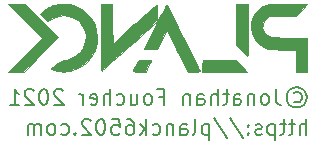
<source format=gbr>
G04 #@! TF.GenerationSoftware,KiCad,Pcbnew,(5.1.10-1-10_14)*
G04 #@! TF.CreationDate,2021-10-31T19:01:14+01:00*
G04 #@! TF.ProjectId,cpu_backplane,6370755f-6261-4636-9b70-6c616e652e6b,rev?*
G04 #@! TF.SameCoordinates,Original*
G04 #@! TF.FileFunction,Legend,Bot*
G04 #@! TF.FilePolarity,Positive*
%FSLAX46Y46*%
G04 Gerber Fmt 4.6, Leading zero omitted, Abs format (unit mm)*
G04 Created by KiCad (PCBNEW (5.1.10-1-10_14)) date 2021-10-31 19:01:14*
%MOMM*%
%LPD*%
G01*
G04 APERTURE LIST*
%ADD10C,0.150000*%
%ADD11C,0.010000*%
G04 APERTURE END LIST*
D10*
X27278976Y-82630095D02*
X27278976Y-81330095D01*
X26721833Y-82630095D02*
X26721833Y-81949142D01*
X26783738Y-81825333D01*
X26907547Y-81763428D01*
X27093261Y-81763428D01*
X27217071Y-81825333D01*
X27278976Y-81887238D01*
X26288500Y-81763428D02*
X25793261Y-81763428D01*
X26102785Y-81330095D02*
X26102785Y-82444380D01*
X26040880Y-82568190D01*
X25917071Y-82630095D01*
X25793261Y-82630095D01*
X25545642Y-81763428D02*
X25050404Y-81763428D01*
X25359928Y-81330095D02*
X25359928Y-82444380D01*
X25298023Y-82568190D01*
X25174214Y-82630095D01*
X25050404Y-82630095D01*
X24617071Y-81763428D02*
X24617071Y-83063428D01*
X24617071Y-81825333D02*
X24493261Y-81763428D01*
X24245642Y-81763428D01*
X24121833Y-81825333D01*
X24059928Y-81887238D01*
X23998023Y-82011047D01*
X23998023Y-82382476D01*
X24059928Y-82506285D01*
X24121833Y-82568190D01*
X24245642Y-82630095D01*
X24493261Y-82630095D01*
X24617071Y-82568190D01*
X23502785Y-82568190D02*
X23378976Y-82630095D01*
X23131357Y-82630095D01*
X23007547Y-82568190D01*
X22945642Y-82444380D01*
X22945642Y-82382476D01*
X23007547Y-82258666D01*
X23131357Y-82196761D01*
X23317071Y-82196761D01*
X23440880Y-82134857D01*
X23502785Y-82011047D01*
X23502785Y-81949142D01*
X23440880Y-81825333D01*
X23317071Y-81763428D01*
X23131357Y-81763428D01*
X23007547Y-81825333D01*
X22388500Y-82506285D02*
X22326595Y-82568190D01*
X22388500Y-82630095D01*
X22450404Y-82568190D01*
X22388500Y-82506285D01*
X22388500Y-82630095D01*
X22388500Y-81825333D02*
X22326595Y-81887238D01*
X22388500Y-81949142D01*
X22450404Y-81887238D01*
X22388500Y-81825333D01*
X22388500Y-81949142D01*
X20840880Y-81268190D02*
X21955166Y-82939619D01*
X19478976Y-81268190D02*
X20593261Y-82939619D01*
X19045642Y-81763428D02*
X19045642Y-83063428D01*
X19045642Y-81825333D02*
X18921833Y-81763428D01*
X18674214Y-81763428D01*
X18550404Y-81825333D01*
X18488500Y-81887238D01*
X18426595Y-82011047D01*
X18426595Y-82382476D01*
X18488500Y-82506285D01*
X18550404Y-82568190D01*
X18674214Y-82630095D01*
X18921833Y-82630095D01*
X19045642Y-82568190D01*
X17683738Y-82630095D02*
X17807547Y-82568190D01*
X17869452Y-82444380D01*
X17869452Y-81330095D01*
X16631357Y-82630095D02*
X16631357Y-81949142D01*
X16693261Y-81825333D01*
X16817071Y-81763428D01*
X17064690Y-81763428D01*
X17188500Y-81825333D01*
X16631357Y-82568190D02*
X16755166Y-82630095D01*
X17064690Y-82630095D01*
X17188500Y-82568190D01*
X17250404Y-82444380D01*
X17250404Y-82320571D01*
X17188500Y-82196761D01*
X17064690Y-82134857D01*
X16755166Y-82134857D01*
X16631357Y-82072952D01*
X16012309Y-81763428D02*
X16012309Y-82630095D01*
X16012309Y-81887238D02*
X15950404Y-81825333D01*
X15826595Y-81763428D01*
X15640880Y-81763428D01*
X15517071Y-81825333D01*
X15455166Y-81949142D01*
X15455166Y-82630095D01*
X14278976Y-82568190D02*
X14402785Y-82630095D01*
X14650404Y-82630095D01*
X14774214Y-82568190D01*
X14836119Y-82506285D01*
X14898023Y-82382476D01*
X14898023Y-82011047D01*
X14836119Y-81887238D01*
X14774214Y-81825333D01*
X14650404Y-81763428D01*
X14402785Y-81763428D01*
X14278976Y-81825333D01*
X13721833Y-82630095D02*
X13721833Y-81330095D01*
X13598023Y-82134857D02*
X13226595Y-82630095D01*
X13226595Y-81763428D02*
X13721833Y-82258666D01*
X12112309Y-81330095D02*
X12359928Y-81330095D01*
X12483738Y-81392000D01*
X12545642Y-81453904D01*
X12669452Y-81639619D01*
X12731357Y-81887238D01*
X12731357Y-82382476D01*
X12669452Y-82506285D01*
X12607547Y-82568190D01*
X12483738Y-82630095D01*
X12236119Y-82630095D01*
X12112309Y-82568190D01*
X12050404Y-82506285D01*
X11988500Y-82382476D01*
X11988500Y-82072952D01*
X12050404Y-81949142D01*
X12112309Y-81887238D01*
X12236119Y-81825333D01*
X12483738Y-81825333D01*
X12607547Y-81887238D01*
X12669452Y-81949142D01*
X12731357Y-82072952D01*
X10812309Y-81330095D02*
X11431357Y-81330095D01*
X11493261Y-81949142D01*
X11431357Y-81887238D01*
X11307547Y-81825333D01*
X10998023Y-81825333D01*
X10874214Y-81887238D01*
X10812309Y-81949142D01*
X10750404Y-82072952D01*
X10750404Y-82382476D01*
X10812309Y-82506285D01*
X10874214Y-82568190D01*
X10998023Y-82630095D01*
X11307547Y-82630095D01*
X11431357Y-82568190D01*
X11493261Y-82506285D01*
X9945642Y-81330095D02*
X9821833Y-81330095D01*
X9698023Y-81392000D01*
X9636119Y-81453904D01*
X9574214Y-81577714D01*
X9512309Y-81825333D01*
X9512309Y-82134857D01*
X9574214Y-82382476D01*
X9636119Y-82506285D01*
X9698023Y-82568190D01*
X9821833Y-82630095D01*
X9945642Y-82630095D01*
X10069452Y-82568190D01*
X10131357Y-82506285D01*
X10193261Y-82382476D01*
X10255166Y-82134857D01*
X10255166Y-81825333D01*
X10193261Y-81577714D01*
X10131357Y-81453904D01*
X10069452Y-81392000D01*
X9945642Y-81330095D01*
X9017071Y-81453904D02*
X8955166Y-81392000D01*
X8831357Y-81330095D01*
X8521833Y-81330095D01*
X8398023Y-81392000D01*
X8336119Y-81453904D01*
X8274214Y-81577714D01*
X8274214Y-81701523D01*
X8336119Y-81887238D01*
X9078976Y-82630095D01*
X8274214Y-82630095D01*
X7717071Y-82506285D02*
X7655166Y-82568190D01*
X7717071Y-82630095D01*
X7778976Y-82568190D01*
X7717071Y-82506285D01*
X7717071Y-82630095D01*
X6540880Y-82568190D02*
X6664690Y-82630095D01*
X6912309Y-82630095D01*
X7036119Y-82568190D01*
X7098023Y-82506285D01*
X7159928Y-82382476D01*
X7159928Y-82011047D01*
X7098023Y-81887238D01*
X7036119Y-81825333D01*
X6912309Y-81763428D01*
X6664690Y-81763428D01*
X6540880Y-81825333D01*
X5798023Y-82630095D02*
X5921833Y-82568190D01*
X5983738Y-82506285D01*
X6045642Y-82382476D01*
X6045642Y-82011047D01*
X5983738Y-81887238D01*
X5921833Y-81825333D01*
X5798023Y-81763428D01*
X5612309Y-81763428D01*
X5488500Y-81825333D01*
X5426595Y-81887238D01*
X5364690Y-82011047D01*
X5364690Y-82382476D01*
X5426595Y-82506285D01*
X5488500Y-82568190D01*
X5612309Y-82630095D01*
X5798023Y-82630095D01*
X4807547Y-82630095D02*
X4807547Y-81763428D01*
X4807547Y-81887238D02*
X4745642Y-81825333D01*
X4621833Y-81763428D01*
X4436119Y-81763428D01*
X4312309Y-81825333D01*
X4250404Y-81949142D01*
X4250404Y-82630095D01*
X4250404Y-81949142D02*
X4188500Y-81825333D01*
X4064690Y-81763428D01*
X3878976Y-81763428D01*
X3755166Y-81825333D01*
X3693261Y-81949142D01*
X3693261Y-82630095D01*
X26226595Y-79099619D02*
X26350404Y-79037714D01*
X26598023Y-79037714D01*
X26721833Y-79099619D01*
X26845642Y-79223428D01*
X26907547Y-79347238D01*
X26907547Y-79594857D01*
X26845642Y-79718666D01*
X26721833Y-79842476D01*
X26598023Y-79904380D01*
X26350404Y-79904380D01*
X26226595Y-79842476D01*
X26474214Y-78604380D02*
X26783738Y-78666285D01*
X27093261Y-78852000D01*
X27278976Y-79161523D01*
X27340880Y-79471047D01*
X27278976Y-79780571D01*
X27093261Y-80090095D01*
X26783738Y-80275809D01*
X26474214Y-80337714D01*
X26164690Y-80275809D01*
X25855166Y-80090095D01*
X25669452Y-79780571D01*
X25607547Y-79471047D01*
X25669452Y-79161523D01*
X25855166Y-78852000D01*
X26164690Y-78666285D01*
X26474214Y-78604380D01*
X24678976Y-78790095D02*
X24678976Y-79718666D01*
X24740880Y-79904380D01*
X24864690Y-80028190D01*
X25050404Y-80090095D01*
X25174214Y-80090095D01*
X23874214Y-80090095D02*
X23998023Y-80028190D01*
X24059928Y-79966285D01*
X24121833Y-79842476D01*
X24121833Y-79471047D01*
X24059928Y-79347238D01*
X23998023Y-79285333D01*
X23874214Y-79223428D01*
X23688500Y-79223428D01*
X23564690Y-79285333D01*
X23502785Y-79347238D01*
X23440880Y-79471047D01*
X23440880Y-79842476D01*
X23502785Y-79966285D01*
X23564690Y-80028190D01*
X23688500Y-80090095D01*
X23874214Y-80090095D01*
X22883738Y-79223428D02*
X22883738Y-80090095D01*
X22883738Y-79347238D02*
X22821833Y-79285333D01*
X22698023Y-79223428D01*
X22512309Y-79223428D01*
X22388500Y-79285333D01*
X22326595Y-79409142D01*
X22326595Y-80090095D01*
X21150404Y-80090095D02*
X21150404Y-79409142D01*
X21212309Y-79285333D01*
X21336119Y-79223428D01*
X21583738Y-79223428D01*
X21707547Y-79285333D01*
X21150404Y-80028190D02*
X21274214Y-80090095D01*
X21583738Y-80090095D01*
X21707547Y-80028190D01*
X21769452Y-79904380D01*
X21769452Y-79780571D01*
X21707547Y-79656761D01*
X21583738Y-79594857D01*
X21274214Y-79594857D01*
X21150404Y-79532952D01*
X20717071Y-79223428D02*
X20221833Y-79223428D01*
X20531357Y-78790095D02*
X20531357Y-79904380D01*
X20469452Y-80028190D01*
X20345642Y-80090095D01*
X20221833Y-80090095D01*
X19788499Y-80090095D02*
X19788499Y-78790095D01*
X19231357Y-80090095D02*
X19231357Y-79409142D01*
X19293261Y-79285333D01*
X19417071Y-79223428D01*
X19602785Y-79223428D01*
X19726595Y-79285333D01*
X19788499Y-79347238D01*
X18055166Y-80090095D02*
X18055166Y-79409142D01*
X18117071Y-79285333D01*
X18240880Y-79223428D01*
X18488499Y-79223428D01*
X18612309Y-79285333D01*
X18055166Y-80028190D02*
X18178976Y-80090095D01*
X18488499Y-80090095D01*
X18612309Y-80028190D01*
X18674214Y-79904380D01*
X18674214Y-79780571D01*
X18612309Y-79656761D01*
X18488499Y-79594857D01*
X18178976Y-79594857D01*
X18055166Y-79532952D01*
X17436119Y-79223428D02*
X17436119Y-80090095D01*
X17436119Y-79347238D02*
X17374214Y-79285333D01*
X17250404Y-79223428D01*
X17064690Y-79223428D01*
X16940880Y-79285333D01*
X16878976Y-79409142D01*
X16878976Y-80090095D01*
X14836119Y-79409142D02*
X15269452Y-79409142D01*
X15269452Y-80090095D02*
X15269452Y-78790095D01*
X14650404Y-78790095D01*
X13969452Y-80090095D02*
X14093261Y-80028190D01*
X14155166Y-79966285D01*
X14217071Y-79842476D01*
X14217071Y-79471047D01*
X14155166Y-79347238D01*
X14093261Y-79285333D01*
X13969452Y-79223428D01*
X13783738Y-79223428D01*
X13659928Y-79285333D01*
X13598023Y-79347238D01*
X13536119Y-79471047D01*
X13536119Y-79842476D01*
X13598023Y-79966285D01*
X13659928Y-80028190D01*
X13783738Y-80090095D01*
X13969452Y-80090095D01*
X12421833Y-79223428D02*
X12421833Y-80090095D01*
X12978976Y-79223428D02*
X12978976Y-79904380D01*
X12917071Y-80028190D01*
X12793261Y-80090095D01*
X12607547Y-80090095D01*
X12483738Y-80028190D01*
X12421833Y-79966285D01*
X11245642Y-80028190D02*
X11369452Y-80090095D01*
X11617071Y-80090095D01*
X11740880Y-80028190D01*
X11802785Y-79966285D01*
X11864690Y-79842476D01*
X11864690Y-79471047D01*
X11802785Y-79347238D01*
X11740880Y-79285333D01*
X11617071Y-79223428D01*
X11369452Y-79223428D01*
X11245642Y-79285333D01*
X10688499Y-80090095D02*
X10688499Y-78790095D01*
X10131357Y-80090095D02*
X10131357Y-79409142D01*
X10193261Y-79285333D01*
X10317071Y-79223428D01*
X10502785Y-79223428D01*
X10626595Y-79285333D01*
X10688499Y-79347238D01*
X9017071Y-80028190D02*
X9140880Y-80090095D01*
X9388499Y-80090095D01*
X9512309Y-80028190D01*
X9574214Y-79904380D01*
X9574214Y-79409142D01*
X9512309Y-79285333D01*
X9388499Y-79223428D01*
X9140880Y-79223428D01*
X9017071Y-79285333D01*
X8955166Y-79409142D01*
X8955166Y-79532952D01*
X9574214Y-79656761D01*
X8398023Y-80090095D02*
X8398023Y-79223428D01*
X8398023Y-79471047D02*
X8336119Y-79347238D01*
X8274214Y-79285333D01*
X8150404Y-79223428D01*
X8026595Y-79223428D01*
X6664690Y-78913904D02*
X6602785Y-78852000D01*
X6478976Y-78790095D01*
X6169452Y-78790095D01*
X6045642Y-78852000D01*
X5983738Y-78913904D01*
X5921833Y-79037714D01*
X5921833Y-79161523D01*
X5983738Y-79347238D01*
X6726595Y-80090095D01*
X5921833Y-80090095D01*
X5117071Y-78790095D02*
X4993261Y-78790095D01*
X4869452Y-78852000D01*
X4807547Y-78913904D01*
X4745642Y-79037714D01*
X4683738Y-79285333D01*
X4683738Y-79594857D01*
X4745642Y-79842476D01*
X4807547Y-79966285D01*
X4869452Y-80028190D01*
X4993261Y-80090095D01*
X5117071Y-80090095D01*
X5240880Y-80028190D01*
X5302785Y-79966285D01*
X5364690Y-79842476D01*
X5426595Y-79594857D01*
X5426595Y-79285333D01*
X5364690Y-79037714D01*
X5302785Y-78913904D01*
X5240880Y-78852000D01*
X5117071Y-78790095D01*
X4188499Y-78913904D02*
X4126595Y-78852000D01*
X4002785Y-78790095D01*
X3693261Y-78790095D01*
X3569452Y-78852000D01*
X3507547Y-78913904D01*
X3445642Y-79037714D01*
X3445642Y-79161523D01*
X3507547Y-79347238D01*
X4250404Y-80090095D01*
X3445642Y-80090095D01*
X2207547Y-80090095D02*
X2950404Y-80090095D01*
X2578976Y-80090095D02*
X2578976Y-78790095D01*
X2702785Y-78975809D01*
X2826595Y-79099619D01*
X2950404Y-79161523D01*
D11*
G04 #@! TO.C,G\u002A\u002A\u002A*
G36*
X21336000Y-75062785D02*
G01*
X21783163Y-75504392D01*
X22007023Y-75717931D01*
X22185930Y-75874707D01*
X22285473Y-75944806D01*
X22291163Y-75946000D01*
X22307483Y-75865040D01*
X22322150Y-75636979D01*
X22334548Y-75284048D01*
X22344063Y-74828475D01*
X22350081Y-74292491D01*
X22352000Y-73744667D01*
X22352000Y-71543334D01*
X21336000Y-71543334D01*
X21336000Y-75062785D01*
G37*
X21336000Y-75062785D02*
X21783163Y-75504392D01*
X22007023Y-75717931D01*
X22185930Y-75874707D01*
X22285473Y-75944806D01*
X22291163Y-75946000D01*
X22307483Y-75865040D01*
X22322150Y-75636979D01*
X22334548Y-75284048D01*
X22344063Y-74828475D01*
X22350081Y-74292491D01*
X22352000Y-73744667D01*
X22352000Y-71543334D01*
X21336000Y-71543334D01*
X21336000Y-75062785D01*
G36*
X9906000Y-74379667D02*
G01*
X9907170Y-75053494D01*
X9910490Y-75670108D01*
X9915681Y-76209925D01*
X9922460Y-76653359D01*
X9930546Y-76980827D01*
X9939658Y-77172745D01*
X9946746Y-77216000D01*
X10016778Y-77161372D01*
X10198396Y-77005819D01*
X10477449Y-76761836D01*
X10839788Y-76441920D01*
X11271262Y-76058566D01*
X11757722Y-75624272D01*
X12285018Y-75151532D01*
X12317412Y-75122426D01*
X14647333Y-73028853D01*
X14647333Y-72328426D01*
X14642294Y-72008001D01*
X14628872Y-71764605D01*
X14609609Y-71637643D01*
X14602135Y-71628000D01*
X14530199Y-71682525D01*
X14348846Y-71836699D01*
X14074098Y-72076419D01*
X13721974Y-72387583D01*
X13308495Y-72756090D01*
X12849683Y-73167837D01*
X12718302Y-73286224D01*
X10879667Y-74944447D01*
X10856747Y-73243890D01*
X10833827Y-71543334D01*
X9906000Y-71543334D01*
X9906000Y-74379667D01*
G37*
X9906000Y-74379667D02*
X9907170Y-75053494D01*
X9910490Y-75670108D01*
X9915681Y-76209925D01*
X9922460Y-76653359D01*
X9930546Y-76980827D01*
X9939658Y-77172745D01*
X9946746Y-77216000D01*
X10016778Y-77161372D01*
X10198396Y-77005819D01*
X10477449Y-76761836D01*
X10839788Y-76441920D01*
X11271262Y-76058566D01*
X11757722Y-75624272D01*
X12285018Y-75151532D01*
X12317412Y-75122426D01*
X14647333Y-73028853D01*
X14647333Y-72328426D01*
X14642294Y-72008001D01*
X14628872Y-71764605D01*
X14609609Y-71637643D01*
X14602135Y-71628000D01*
X14530199Y-71682525D01*
X14348846Y-71836699D01*
X14074098Y-72076419D01*
X13721974Y-72387583D01*
X13308495Y-72756090D01*
X12849683Y-73167837D01*
X12718302Y-73286224D01*
X10879667Y-74944447D01*
X10856747Y-73243890D01*
X10833827Y-71543334D01*
X9906000Y-71543334D01*
X9906000Y-74379667D01*
G36*
X4866465Y-74422000D02*
G01*
X3429000Y-75861334D01*
X1991535Y-77300667D01*
X3346148Y-77300667D01*
X4805767Y-75839259D01*
X6265385Y-74377850D01*
X3427185Y-71543334D01*
X1991535Y-71543334D01*
X4866465Y-74422000D01*
G37*
X4866465Y-74422000D02*
X3429000Y-75861334D01*
X1991535Y-77300667D01*
X3346148Y-77300667D01*
X4805767Y-75839259D01*
X6265385Y-74377850D01*
X3427185Y-71543334D01*
X1991535Y-71543334D01*
X4866465Y-74422000D01*
G36*
X6332760Y-71592905D02*
G01*
X6043209Y-71622186D01*
X5802043Y-71684858D01*
X5548955Y-71792271D01*
X5495603Y-71818154D01*
X5214760Y-71971339D01*
X4978556Y-72126816D01*
X4866694Y-72222479D01*
X4783605Y-72327346D01*
X4775250Y-72417272D01*
X4856780Y-72537801D01*
X5033742Y-72724647D01*
X5356301Y-73054978D01*
X5665513Y-72850352D01*
X6122007Y-72639889D01*
X6645520Y-72547992D01*
X7104755Y-72574155D01*
X7601474Y-72738553D01*
X8008274Y-73023450D01*
X8316611Y-73400845D01*
X8517942Y-73842739D01*
X8603727Y-74321134D01*
X8565422Y-74808029D01*
X8394485Y-75275426D01*
X8082373Y-75695325D01*
X8062876Y-75714602D01*
X7722440Y-75986175D01*
X7352317Y-76184106D01*
X7008992Y-76279968D01*
X6930122Y-76284667D01*
X6785087Y-76326486D01*
X6558710Y-76434713D01*
X6293483Y-76583499D01*
X6031895Y-76746997D01*
X5816436Y-76899361D01*
X5689597Y-77014743D01*
X5672667Y-77049596D01*
X5748258Y-77104430D01*
X5941141Y-77167923D01*
X6200481Y-77228557D01*
X6475442Y-77274817D01*
X6715189Y-77295186D01*
X6756334Y-77295095D01*
X6967780Y-77270109D01*
X7261128Y-77212150D01*
X7450667Y-77165746D01*
X8084525Y-76915222D01*
X8626522Y-76536054D01*
X9060442Y-76049084D01*
X9370069Y-75475152D01*
X9539190Y-74835100D01*
X9566506Y-74446343D01*
X9493332Y-73734097D01*
X9272527Y-73104633D01*
X8905229Y-72559853D01*
X8392575Y-72101656D01*
X8028172Y-71875831D01*
X7754375Y-71734665D01*
X7531675Y-71648535D01*
X7299965Y-71603996D01*
X6999134Y-71587601D01*
X6731000Y-71585667D01*
X6332760Y-71592905D01*
G37*
X6332760Y-71592905D02*
X6043209Y-71622186D01*
X5802043Y-71684858D01*
X5548955Y-71792271D01*
X5495603Y-71818154D01*
X5214760Y-71971339D01*
X4978556Y-72126816D01*
X4866694Y-72222479D01*
X4783605Y-72327346D01*
X4775250Y-72417272D01*
X4856780Y-72537801D01*
X5033742Y-72724647D01*
X5356301Y-73054978D01*
X5665513Y-72850352D01*
X6122007Y-72639889D01*
X6645520Y-72547992D01*
X7104755Y-72574155D01*
X7601474Y-72738553D01*
X8008274Y-73023450D01*
X8316611Y-73400845D01*
X8517942Y-73842739D01*
X8603727Y-74321134D01*
X8565422Y-74808029D01*
X8394485Y-75275426D01*
X8082373Y-75695325D01*
X8062876Y-75714602D01*
X7722440Y-75986175D01*
X7352317Y-76184106D01*
X7008992Y-76279968D01*
X6930122Y-76284667D01*
X6785087Y-76326486D01*
X6558710Y-76434713D01*
X6293483Y-76583499D01*
X6031895Y-76746997D01*
X5816436Y-76899361D01*
X5689597Y-77014743D01*
X5672667Y-77049596D01*
X5748258Y-77104430D01*
X5941141Y-77167923D01*
X6200481Y-77228557D01*
X6475442Y-77274817D01*
X6715189Y-77295186D01*
X6756334Y-77295095D01*
X6967780Y-77270109D01*
X7261128Y-77212150D01*
X7450667Y-77165746D01*
X8084525Y-76915222D01*
X8626522Y-76536054D01*
X9060442Y-76049084D01*
X9370069Y-75475152D01*
X9539190Y-74835100D01*
X9566506Y-74446343D01*
X9493332Y-73734097D01*
X9272527Y-73104633D01*
X8905229Y-72559853D01*
X8392575Y-72101656D01*
X8028172Y-71875831D01*
X7754375Y-71734665D01*
X7531675Y-71648535D01*
X7299965Y-71603996D01*
X6999134Y-71587601D01*
X6731000Y-71585667D01*
X6332760Y-71592905D01*
G36*
X13610167Y-76301793D02*
G01*
X13081000Y-76327000D01*
X12850145Y-76750334D01*
X12723815Y-76991763D01*
X12639131Y-77172276D01*
X12617311Y-77237167D01*
X12693339Y-77269960D01*
X12893697Y-77292895D01*
X13148029Y-77300667D01*
X13680725Y-77300667D01*
X13910029Y-76833124D01*
X14030593Y-76580608D01*
X14113649Y-76393855D01*
X14139333Y-76321084D01*
X14062384Y-76301713D01*
X13861665Y-76295195D01*
X13610167Y-76301793D01*
G37*
X13610167Y-76301793D02*
X13081000Y-76327000D01*
X12850145Y-76750334D01*
X12723815Y-76991763D01*
X12639131Y-77172276D01*
X12617311Y-77237167D01*
X12693339Y-77269960D01*
X12893697Y-77292895D01*
X13148029Y-77300667D01*
X13680725Y-77300667D01*
X13910029Y-76833124D01*
X14030593Y-76580608D01*
X14113649Y-76393855D01*
X14139333Y-76321084D01*
X14062384Y-76301713D01*
X13861665Y-76295195D01*
X13610167Y-76301793D01*
G36*
X15404031Y-71700450D02*
G01*
X15291820Y-71904135D01*
X15125872Y-72218556D01*
X14916901Y-72623214D01*
X14675625Y-73097610D01*
X14478000Y-73490667D01*
X13545930Y-75353334D01*
X14095808Y-75353333D01*
X14645686Y-75353333D01*
X15048676Y-74552567D01*
X15451667Y-73751800D01*
X16367762Y-75526234D01*
X17283857Y-77300667D01*
X17785929Y-77300667D01*
X18052125Y-77294107D01*
X18234162Y-77277074D01*
X18288000Y-77257835D01*
X18251500Y-77169871D01*
X18148827Y-76952799D01*
X17990221Y-76626948D01*
X17785922Y-76212643D01*
X17546170Y-75730210D01*
X17281205Y-75199975D01*
X17001267Y-74642266D01*
X16716596Y-74077408D01*
X16437432Y-73525728D01*
X16174015Y-73007552D01*
X15936586Y-72543206D01*
X15735384Y-72153016D01*
X15580649Y-71857309D01*
X15482621Y-71676411D01*
X15451786Y-71628000D01*
X15404031Y-71700450D01*
G37*
X15404031Y-71700450D02*
X15291820Y-71904135D01*
X15125872Y-72218556D01*
X14916901Y-72623214D01*
X14675625Y-73097610D01*
X14478000Y-73490667D01*
X13545930Y-75353334D01*
X14095808Y-75353333D01*
X14645686Y-75353333D01*
X15048676Y-74552567D01*
X15451667Y-73751800D01*
X16367762Y-75526234D01*
X17283857Y-77300667D01*
X17785929Y-77300667D01*
X18052125Y-77294107D01*
X18234162Y-77277074D01*
X18288000Y-77257835D01*
X18251500Y-77169871D01*
X18148827Y-76952799D01*
X17990221Y-76626948D01*
X17785922Y-76212643D01*
X17546170Y-75730210D01*
X17281205Y-75199975D01*
X17001267Y-74642266D01*
X16716596Y-74077408D01*
X16437432Y-73525728D01*
X16174015Y-73007552D01*
X15936586Y-72543206D01*
X15735384Y-72153016D01*
X15580649Y-71857309D01*
X15482621Y-71676411D01*
X15451786Y-71628000D01*
X15404031Y-71700450D01*
G36*
X18499667Y-76327000D02*
G01*
X18474275Y-76813834D01*
X18448883Y-77300667D01*
X22304366Y-77300667D01*
X21799733Y-76790712D01*
X21295099Y-76280758D01*
X18499667Y-76327000D01*
G37*
X18499667Y-76327000D02*
X18474275Y-76813834D01*
X18448883Y-77300667D01*
X22304366Y-77300667D01*
X21799733Y-76790712D01*
X21295099Y-76280758D01*
X18499667Y-76327000D01*
G36*
X25169969Y-71549375D02*
G01*
X24626764Y-71571043D01*
X24202627Y-71613658D01*
X23872581Y-71682536D01*
X23611652Y-71782997D01*
X23394862Y-71920359D01*
X23197236Y-72099939D01*
X23185352Y-72112266D01*
X22874117Y-72487670D01*
X22691911Y-72851773D01*
X22613821Y-73263813D01*
X22606000Y-73489835D01*
X22665889Y-74024589D01*
X22857061Y-74474081D01*
X23196774Y-74875518D01*
X23285368Y-74954433D01*
X23538548Y-75140809D01*
X23817172Y-75274759D01*
X24153637Y-75363705D01*
X24580339Y-75415075D01*
X25129672Y-75436292D01*
X25395159Y-75438000D01*
X26416000Y-75438000D01*
X26416000Y-77300667D01*
X27347333Y-77300667D01*
X27347333Y-74422000D01*
X25819129Y-74422000D01*
X25195033Y-74417927D01*
X24716584Y-74402021D01*
X24360213Y-74368752D01*
X24102353Y-74312591D01*
X23919434Y-74228008D01*
X23787888Y-74109473D01*
X23684146Y-73951456D01*
X23665767Y-73916772D01*
X23550352Y-73574458D01*
X23586444Y-73250655D01*
X23707022Y-73001723D01*
X23830060Y-72832509D01*
X23979430Y-72712053D01*
X24184448Y-72632435D01*
X24474428Y-72585736D01*
X24878687Y-72564038D01*
X25344662Y-72559333D01*
X26378968Y-72559333D01*
X26881667Y-72051333D01*
X27384365Y-71543334D01*
X25857217Y-71543334D01*
X25169969Y-71549375D01*
G37*
X25169969Y-71549375D02*
X24626764Y-71571043D01*
X24202627Y-71613658D01*
X23872581Y-71682536D01*
X23611652Y-71782997D01*
X23394862Y-71920359D01*
X23197236Y-72099939D01*
X23185352Y-72112266D01*
X22874117Y-72487670D01*
X22691911Y-72851773D01*
X22613821Y-73263813D01*
X22606000Y-73489835D01*
X22665889Y-74024589D01*
X22857061Y-74474081D01*
X23196774Y-74875518D01*
X23285368Y-74954433D01*
X23538548Y-75140809D01*
X23817172Y-75274759D01*
X24153637Y-75363705D01*
X24580339Y-75415075D01*
X25129672Y-75436292D01*
X25395159Y-75438000D01*
X26416000Y-75438000D01*
X26416000Y-77300667D01*
X27347333Y-77300667D01*
X27347333Y-74422000D01*
X25819129Y-74422000D01*
X25195033Y-74417927D01*
X24716584Y-74402021D01*
X24360213Y-74368752D01*
X24102353Y-74312591D01*
X23919434Y-74228008D01*
X23787888Y-74109473D01*
X23684146Y-73951456D01*
X23665767Y-73916772D01*
X23550352Y-73574458D01*
X23586444Y-73250655D01*
X23707022Y-73001723D01*
X23830060Y-72832509D01*
X23979430Y-72712053D01*
X24184448Y-72632435D01*
X24474428Y-72585736D01*
X24878687Y-72564038D01*
X25344662Y-72559333D01*
X26378968Y-72559333D01*
X26881667Y-72051333D01*
X27384365Y-71543334D01*
X25857217Y-71543334D01*
X25169969Y-71549375D01*
G04 #@! TD*
M02*

</source>
